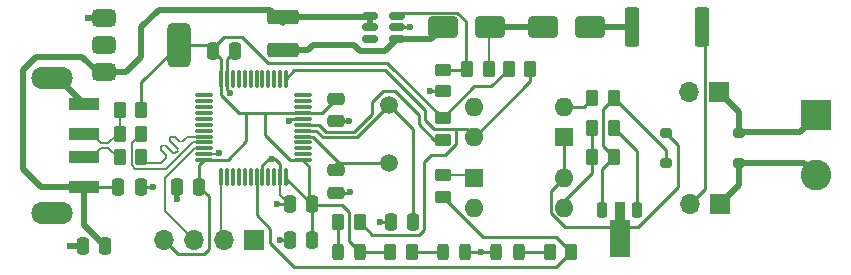
<source format=gbr>
%TF.GenerationSoftware,KiCad,Pcbnew,8.0.8*%
%TF.CreationDate,2025-03-23T20:37:34+01:00*%
%TF.ProjectId,USB-DALI,5553422d-4441-44c4-992e-6b696361645f,rev?*%
%TF.SameCoordinates,Original*%
%TF.FileFunction,Copper,L1,Top*%
%TF.FilePolarity,Positive*%
%FSLAX46Y46*%
G04 Gerber Fmt 4.6, Leading zero omitted, Abs format (unit mm)*
G04 Created by KiCad (PCBNEW 8.0.8) date 2025-03-23 20:37:34*
%MOMM*%
%LPD*%
G01*
G04 APERTURE LIST*
G04 Aperture macros list*
%AMRoundRect*
0 Rectangle with rounded corners*
0 $1 Rounding radius*
0 $2 $3 $4 $5 $6 $7 $8 $9 X,Y pos of 4 corners*
0 Add a 4 corners polygon primitive as box body*
4,1,4,$2,$3,$4,$5,$6,$7,$8,$9,$2,$3,0*
0 Add four circle primitives for the rounded corners*
1,1,$1+$1,$2,$3*
1,1,$1+$1,$4,$5*
1,1,$1+$1,$6,$7*
1,1,$1+$1,$8,$9*
0 Add four rect primitives between the rounded corners*
20,1,$1+$1,$2,$3,$4,$5,0*
20,1,$1+$1,$4,$5,$6,$7,0*
20,1,$1+$1,$6,$7,$8,$9,0*
20,1,$1+$1,$8,$9,$2,$3,0*%
%AMFreePoly0*
4,1,9,3.862500,-0.866500,0.737500,-0.866500,0.737500,-0.450000,-0.737500,-0.450000,-0.737500,0.450000,0.737500,0.450000,0.737500,0.866500,3.862500,0.866500,3.862500,-0.866500,3.862500,-0.866500,$1*%
G04 Aperture macros list end*
%TA.AperFunction,SMDPad,CuDef*%
%ADD10RoundRect,0.150000X0.512500X0.150000X-0.512500X0.150000X-0.512500X-0.150000X0.512500X-0.150000X0*%
%TD*%
%TA.AperFunction,SMDPad,CuDef*%
%ADD11RoundRect,0.250000X0.250000X0.475000X-0.250000X0.475000X-0.250000X-0.475000X0.250000X-0.475000X0*%
%TD*%
%TA.AperFunction,ComponentPad*%
%ADD12R,1.700000X1.700000*%
%TD*%
%TA.AperFunction,ComponentPad*%
%ADD13O,1.700000X1.700000*%
%TD*%
%TA.AperFunction,SMDPad,CuDef*%
%ADD14RoundRect,0.225000X-0.225000X0.425000X-0.225000X-0.425000X0.225000X-0.425000X0.225000X0.425000X0*%
%TD*%
%TA.AperFunction,SMDPad,CuDef*%
%ADD15FreePoly0,270.000000*%
%TD*%
%TA.AperFunction,SMDPad,CuDef*%
%ADD16RoundRect,0.250000X1.000000X0.650000X-1.000000X0.650000X-1.000000X-0.650000X1.000000X-0.650000X0*%
%TD*%
%TA.AperFunction,SMDPad,CuDef*%
%ADD17RoundRect,0.250000X0.262500X0.450000X-0.262500X0.450000X-0.262500X-0.450000X0.262500X-0.450000X0*%
%TD*%
%TA.AperFunction,SMDPad,CuDef*%
%ADD18RoundRect,0.250000X-0.262500X-0.450000X0.262500X-0.450000X0.262500X0.450000X-0.262500X0.450000X0*%
%TD*%
%TA.AperFunction,SMDPad,CuDef*%
%ADD19RoundRect,0.250000X-0.475000X0.250000X-0.475000X-0.250000X0.475000X-0.250000X0.475000X0.250000X0*%
%TD*%
%TA.AperFunction,SMDPad,CuDef*%
%ADD20RoundRect,0.250000X-0.250000X-0.475000X0.250000X-0.475000X0.250000X0.475000X-0.250000X0.475000X0*%
%TD*%
%TA.AperFunction,SMDPad,CuDef*%
%ADD21RoundRect,0.250000X0.450000X-0.262500X0.450000X0.262500X-0.450000X0.262500X-0.450000X-0.262500X0*%
%TD*%
%TA.AperFunction,SMDPad,CuDef*%
%ADD22RoundRect,0.243750X-0.243750X-0.456250X0.243750X-0.456250X0.243750X0.456250X-0.243750X0.456250X0*%
%TD*%
%TA.AperFunction,SMDPad,CuDef*%
%ADD23RoundRect,0.200000X0.300000X0.200000X-0.300000X0.200000X-0.300000X-0.200000X0.300000X-0.200000X0*%
%TD*%
%TA.AperFunction,SMDPad,CuDef*%
%ADD24RoundRect,0.250000X-0.362500X-1.425000X0.362500X-1.425000X0.362500X1.425000X-0.362500X1.425000X0*%
%TD*%
%TA.AperFunction,SMDPad,CuDef*%
%ADD25RoundRect,0.075000X0.662500X0.075000X-0.662500X0.075000X-0.662500X-0.075000X0.662500X-0.075000X0*%
%TD*%
%TA.AperFunction,SMDPad,CuDef*%
%ADD26RoundRect,0.075000X0.075000X0.662500X-0.075000X0.662500X-0.075000X-0.662500X0.075000X-0.662500X0*%
%TD*%
%TA.AperFunction,SMDPad,CuDef*%
%ADD27RoundRect,0.250000X-0.450000X0.262500X-0.450000X-0.262500X0.450000X-0.262500X0.450000X0.262500X0*%
%TD*%
%TA.AperFunction,ComponentPad*%
%ADD28R,1.600000X1.600000*%
%TD*%
%TA.AperFunction,ComponentPad*%
%ADD29O,1.600000X1.600000*%
%TD*%
%TA.AperFunction,ComponentPad*%
%ADD30C,1.500000*%
%TD*%
%TA.AperFunction,SMDPad,CuDef*%
%ADD31RoundRect,0.243750X0.243750X0.456250X-0.243750X0.456250X-0.243750X-0.456250X0.243750X-0.456250X0*%
%TD*%
%TA.AperFunction,SMDPad,CuDef*%
%ADD32R,2.500000X1.100000*%
%TD*%
%TA.AperFunction,HeatsinkPad*%
%ADD33O,3.500000X1.900000*%
%TD*%
%TA.AperFunction,SMDPad,CuDef*%
%ADD34RoundRect,0.375000X-0.625000X-0.375000X0.625000X-0.375000X0.625000X0.375000X-0.625000X0.375000X0*%
%TD*%
%TA.AperFunction,SMDPad,CuDef*%
%ADD35RoundRect,0.500000X-0.500000X-1.400000X0.500000X-1.400000X0.500000X1.400000X-0.500000X1.400000X0*%
%TD*%
%TA.AperFunction,SMDPad,CuDef*%
%ADD36RoundRect,0.250000X-1.075000X0.375000X-1.075000X-0.375000X1.075000X-0.375000X1.075000X0.375000X0*%
%TD*%
%TA.AperFunction,ComponentPad*%
%ADD37R,2.600000X2.600000*%
%TD*%
%TA.AperFunction,ComponentPad*%
%ADD38C,2.600000*%
%TD*%
%TA.AperFunction,ViaPad*%
%ADD39C,0.600000*%
%TD*%
%TA.AperFunction,Conductor*%
%ADD40C,0.280000*%
%TD*%
%TA.AperFunction,Conductor*%
%ADD41C,0.500000*%
%TD*%
%TA.AperFunction,Conductor*%
%ADD42C,0.200000*%
%TD*%
G04 APERTURE END LIST*
D10*
%TO.P,U5,1,SW*%
%TO.N,Net-(D5-A)*%
X153017500Y-91975000D03*
%TO.P,U5,2,GND*%
%TO.N,GND*%
X153017500Y-91025000D03*
%TO.P,U5,3,FB*%
%TO.N,Net-(U5-FB)*%
X153017500Y-90075000D03*
%TO.P,U5,4,EN*%
%TO.N,+5V*%
X150742500Y-90075000D03*
%TO.P,U5,5,IN*%
X150742500Y-91025000D03*
%TO.P,U5,6,NC*%
%TO.N,unconnected-(U5-NC-Pad6)*%
X150742500Y-91975000D03*
%TD*%
D11*
%TO.P,C8,1*%
%TO.N,+5V*%
X128330000Y-109525000D03*
%TO.P,C8,2*%
%TO.N,GND*%
X126430000Y-109525000D03*
%TD*%
D12*
%TO.P,J4,1,Pin_1*%
%TO.N,/DALI+*%
X180345000Y-106025000D03*
D13*
%TO.P,J4,2,Pin_2*%
%TO.N,Net-(J4-Pin_2)*%
X177805000Y-106025000D03*
%TD*%
D11*
%TO.P,C2,1*%
%TO.N,+3.3V*%
X145830000Y-106025000D03*
%TO.P,C2,2*%
%TO.N,GND*%
X143930000Y-106025000D03*
%TD*%
D14*
%TO.P,Q1,1,B*%
%TO.N,Net-(Q1-B)*%
X173380000Y-106525000D03*
D15*
%TO.P,Q1,2,C*%
%TO.N,Net-(D4-+)*%
X171880000Y-106612500D03*
D14*
%TO.P,Q1,3,E*%
%TO.N,Net-(D4--)*%
X170380000Y-106525000D03*
%TD*%
D11*
%TO.P,C9,1*%
%TO.N,+3.3V*%
X145830000Y-109025000D03*
%TO.P,C9,2*%
%TO.N,GND*%
X143930000Y-109025000D03*
%TD*%
D16*
%TO.P,D5,1,K*%
%TO.N,Net-(D5-K)*%
X160880000Y-91025000D03*
%TO.P,D5,2,A*%
%TO.N,Net-(D5-A)*%
X156880000Y-91025000D03*
%TD*%
D17*
%TO.P,R1,1*%
%TO.N,Net-(U1-PB7)*%
X167792500Y-110025000D03*
%TO.P,R1,2*%
%TO.N,Net-(D1-A)*%
X165967500Y-110025000D03*
%TD*%
D18*
%TO.P,R5,1*%
%TO.N,Net-(D3-K)*%
X148055000Y-107525000D03*
%TO.P,R5,2*%
%TO.N,Net-(U1-PA3)*%
X149880000Y-107525000D03*
%TD*%
%TO.P,R9,1*%
%TO.N,+3.3V*%
X152467500Y-110025000D03*
%TO.P,R9,2*%
%TO.N,Net-(D2-A)*%
X154292500Y-110025000D03*
%TD*%
D19*
%TO.P,C1,1*%
%TO.N,Net-(U1-PD0)*%
X147880000Y-103125000D03*
%TO.P,C1,2*%
%TO.N,GND*%
X147880000Y-105025000D03*
%TD*%
D11*
%TO.P,C3,1*%
%TO.N,Net-(U1-PD1)*%
X154380000Y-107525000D03*
%TO.P,C3,2*%
%TO.N,GND*%
X152480000Y-107525000D03*
%TD*%
D20*
%TO.P,C5,1*%
%TO.N,+3.3V*%
X137430000Y-93025000D03*
%TO.P,C5,2*%
%TO.N,GND*%
X139330000Y-93025000D03*
%TD*%
D21*
%TO.P,R2,1*%
%TO.N,Net-(U1-NRST)*%
X156880000Y-100525000D03*
%TO.P,R2,2*%
%TO.N,+3.3V*%
X156880000Y-98700000D03*
%TD*%
D22*
%TO.P,D1,1,K*%
%TO.N,GND*%
X161442500Y-110025000D03*
%TO.P,D1,2,A*%
%TO.N,Net-(D1-A)*%
X163317500Y-110025000D03*
%TD*%
D23*
%TO.P,D4,1*%
%TO.N,/DALI+*%
X181955000Y-102525000D03*
%TO.P,D4,2*%
%TO.N,/DALI-*%
X181955000Y-99985000D03*
%TO.P,D4,3,+*%
%TO.N,Net-(D4-+)*%
X175805000Y-99985000D03*
%TO.P,D4,4,-*%
%TO.N,Net-(D4--)*%
X175805000Y-102525000D03*
%TD*%
D24*
%TO.P,R15,1*%
%TO.N,Net-(D6-K)*%
X172955000Y-91025000D03*
%TO.P,R15,2*%
%TO.N,Net-(J4-Pin_2)*%
X178880000Y-91025000D03*
%TD*%
D25*
%TO.P,U1,1,VBAT*%
%TO.N,+3.3V*%
X145042500Y-102275000D03*
%TO.P,U1,2,PC13*%
%TO.N,unconnected-(U1-PC13-Pad2)*%
X145042500Y-101775000D03*
%TO.P,U1,3,PC14*%
%TO.N,unconnected-(U1-PC14-Pad3)*%
X145042500Y-101275000D03*
%TO.P,U1,4,PC15*%
%TO.N,unconnected-(U1-PC15-Pad4)*%
X145042500Y-100774999D03*
%TO.P,U1,5,PD0*%
%TO.N,Net-(U1-PD0)*%
X145042500Y-100275000D03*
%TO.P,U1,6,PD1*%
%TO.N,Net-(U1-PD1)*%
X145042500Y-99775000D03*
%TO.P,U1,7,NRST*%
%TO.N,Net-(U1-NRST)*%
X145042500Y-99275000D03*
%TO.P,U1,8,VSSA*%
%TO.N,GND*%
X145042500Y-98775000D03*
%TO.P,U1,9,VDDA*%
%TO.N,+3.3V*%
X145042500Y-98275001D03*
%TO.P,U1,10,PA0*%
%TO.N,unconnected-(U1-PA0-Pad10)*%
X145042500Y-97775000D03*
%TO.P,U1,11,PA1*%
%TO.N,unconnected-(U1-PA1-Pad11)*%
X145042500Y-97275000D03*
%TO.P,U1,12,PA2*%
%TO.N,unconnected-(U1-PA2-Pad12)*%
X145042500Y-96775000D03*
D26*
%TO.P,U1,13,PA3*%
%TO.N,Net-(U1-PA3)*%
X143630000Y-95362500D03*
%TO.P,U1,14,PA4*%
%TO.N,unconnected-(U1-PA4-Pad14)*%
X143130000Y-95362500D03*
%TO.P,U1,15,PA5*%
%TO.N,unconnected-(U1-PA5-Pad15)*%
X142630000Y-95362500D03*
%TO.P,U1,16,PA6*%
%TO.N,unconnected-(U1-PA6-Pad16)*%
X142129999Y-95362500D03*
%TO.P,U1,17,PA7*%
%TO.N,unconnected-(U1-PA7-Pad17)*%
X141630000Y-95362500D03*
%TO.P,U1,18,PB0*%
%TO.N,unconnected-(U1-PB0-Pad18)*%
X141130000Y-95362500D03*
%TO.P,U1,19,PB1*%
%TO.N,unconnected-(U1-PB1-Pad19)*%
X140630000Y-95362500D03*
%TO.P,U1,20,PB2*%
%TO.N,unconnected-(U1-PB2-Pad20)*%
X140130000Y-95362500D03*
%TO.P,U1,21,PB10*%
%TO.N,unconnected-(U1-PB10-Pad21)*%
X139630001Y-95362500D03*
%TO.P,U1,22,PB11*%
%TO.N,unconnected-(U1-PB11-Pad22)*%
X139130000Y-95362500D03*
%TO.P,U1,23,VSS*%
%TO.N,GND*%
X138630000Y-95362500D03*
%TO.P,U1,24,VDD*%
%TO.N,+3.3V*%
X138130000Y-95362500D03*
D25*
%TO.P,U1,25,PB12*%
%TO.N,unconnected-(U1-PB12-Pad25)*%
X136717500Y-96775000D03*
%TO.P,U1,26,PB13*%
%TO.N,unconnected-(U1-PB13-Pad26)*%
X136717500Y-97275000D03*
%TO.P,U1,27,PB14*%
%TO.N,unconnected-(U1-PB14-Pad27)*%
X136717500Y-97775000D03*
%TO.P,U1,28,PB15*%
%TO.N,unconnected-(U1-PB15-Pad28)*%
X136717500Y-98275001D03*
%TO.P,U1,29,PA8*%
%TO.N,unconnected-(U1-PA8-Pad29)*%
X136717500Y-98775000D03*
%TO.P,U1,30,PA9*%
%TO.N,unconnected-(U1-PA9-Pad30)*%
X136717500Y-99275000D03*
%TO.P,U1,31,PA10*%
%TO.N,unconnected-(U1-PA10-Pad31)*%
X136717500Y-99775000D03*
%TO.P,U1,32,PA11*%
%TO.N,/USB+*%
X136717500Y-100275000D03*
%TO.P,U1,33,PA12*%
%TO.N,/USB-*%
X136717500Y-100774999D03*
%TO.P,U1,34,PA13*%
%TO.N,Net-(J2-Pin_3)*%
X136717500Y-101275000D03*
%TO.P,U1,35,VSS*%
%TO.N,GND*%
X136717500Y-101775000D03*
%TO.P,U1,36,VDD*%
%TO.N,+3.3V*%
X136717500Y-102275000D03*
D26*
%TO.P,U1,37,PA14*%
%TO.N,Net-(J2-Pin_2)*%
X138130000Y-103687500D03*
%TO.P,U1,38,PA15*%
%TO.N,unconnected-(U1-PA15-Pad38)*%
X138630000Y-103687500D03*
%TO.P,U1,39,PB3*%
%TO.N,unconnected-(U1-PB3-Pad39)*%
X139130000Y-103687500D03*
%TO.P,U1,40,PB4*%
%TO.N,unconnected-(U1-PB4-Pad40)*%
X139630001Y-103687500D03*
%TO.P,U1,41,PB5*%
%TO.N,unconnected-(U1-PB5-Pad41)*%
X140130000Y-103687500D03*
%TO.P,U1,42,PB6*%
%TO.N,unconnected-(U1-PB6-Pad42)*%
X140630000Y-103687500D03*
%TO.P,U1,43,PB7*%
%TO.N,Net-(U1-PB7)*%
X141130000Y-103687500D03*
%TO.P,U1,44,BOOT0*%
%TO.N,GND*%
X141630000Y-103687500D03*
%TO.P,U1,45,PB8*%
%TO.N,unconnected-(U1-PB8-Pad45)*%
X142129999Y-103687500D03*
%TO.P,U1,46,PB9*%
%TO.N,unconnected-(U1-PB9-Pad46)*%
X142630000Y-103687500D03*
%TO.P,U1,47,VSS*%
%TO.N,GND*%
X143130000Y-103687500D03*
%TO.P,U1,48,VDD*%
%TO.N,+3.3V*%
X143630000Y-103687500D03*
%TD*%
D18*
%TO.P,R7,1*%
%TO.N,/D+*%
X129555000Y-100025000D03*
%TO.P,R7,2*%
%TO.N,/USB-*%
X131380000Y-100025000D03*
%TD*%
D22*
%TO.P,D3,1,K*%
%TO.N,Net-(D3-K)*%
X148005000Y-110025000D03*
%TO.P,D3,2,A*%
%TO.N,+3.3V*%
X149880000Y-110025000D03*
%TD*%
D11*
%TO.P,C4,1*%
%TO.N,+3.3V*%
X136280000Y-104525000D03*
%TO.P,C4,2*%
%TO.N,GND*%
X134380000Y-104525000D03*
%TD*%
D27*
%TO.P,R4,1*%
%TO.N,Net-(R4-Pad1)*%
X156880000Y-103525000D03*
%TO.P,R4,2*%
%TO.N,Net-(U1-PB7)*%
X156880000Y-105350000D03*
%TD*%
D28*
%TO.P,U3,1*%
%TO.N,Net-(D4-+)*%
X167180000Y-100300000D03*
D29*
%TO.P,U3,2*%
%TO.N,Net-(R12-Pad1)*%
X167180000Y-97760000D03*
%TO.P,U3,3*%
%TO.N,GND*%
X159560000Y-97760000D03*
%TO.P,U3,4*%
%TO.N,Net-(U1-PA3)*%
X159560000Y-100300000D03*
%TD*%
D18*
%TO.P,R8,1*%
%TO.N,/D-*%
X129555000Y-102025000D03*
%TO.P,R8,2*%
%TO.N,/USB+*%
X131380000Y-102025000D03*
%TD*%
%TO.P,R12,1*%
%TO.N,Net-(R12-Pad1)*%
X169555000Y-97025000D03*
%TO.P,R12,2*%
%TO.N,Net-(D4--)*%
X171380000Y-97025000D03*
%TD*%
D20*
%TO.P,C7,1*%
%TO.N,+5V*%
X129430000Y-104525000D03*
%TO.P,C7,2*%
%TO.N,GND*%
X131330000Y-104525000D03*
%TD*%
D30*
%TO.P,Y1,1,1*%
%TO.N,Net-(U1-PD0)*%
X152380000Y-102475000D03*
%TO.P,Y1,2,2*%
%TO.N,Net-(U1-PD1)*%
X152380000Y-97595000D03*
%TD*%
D31*
%TO.P,D2,1,K*%
%TO.N,GND*%
X158817500Y-110025000D03*
%TO.P,D2,2,A*%
%TO.N,Net-(D2-A)*%
X156942500Y-110025000D03*
%TD*%
D18*
%TO.P,R13,1*%
%TO.N,Net-(U5-FB)*%
X158967500Y-94525000D03*
%TO.P,R13,2*%
%TO.N,Net-(D5-K)*%
X160792500Y-94525000D03*
%TD*%
D17*
%TO.P,R10,1*%
%TO.N,Net-(Q1-B)*%
X171380000Y-99525000D03*
%TO.P,R10,2*%
%TO.N,Net-(R10-Pad2)*%
X169555000Y-99525000D03*
%TD*%
D16*
%TO.P,D6,1,K*%
%TO.N,Net-(D6-K)*%
X169380000Y-91025000D03*
%TO.P,D6,2,A*%
%TO.N,Net-(D5-K)*%
X165380000Y-91025000D03*
%TD*%
D17*
%TO.P,R3,1*%
%TO.N,Net-(U1-PA3)*%
X164292500Y-94525000D03*
%TO.P,R3,2*%
%TO.N,+3.3V*%
X162467500Y-94525000D03*
%TD*%
D32*
%TO.P,J1,1,VBUS*%
%TO.N,+5V*%
X126530000Y-104525000D03*
%TO.P,J1,2,D-*%
%TO.N,/D-*%
X126530000Y-102025000D03*
%TO.P,J1,3,D+*%
%TO.N,/D+*%
X126530000Y-100025000D03*
%TO.P,J1,4,GND*%
%TO.N,GND*%
X126530000Y-97525000D03*
D33*
%TO.P,J1,5,Shield*%
X123780000Y-106725000D03*
X123780000Y-95325000D03*
%TD*%
D34*
%TO.P,U4,1,GND*%
%TO.N,GND*%
X128230000Y-90225000D03*
%TO.P,U4,2,VO*%
%TO.N,+3.3V*%
X128230000Y-92525000D03*
D35*
X134530000Y-92525000D03*
D34*
%TO.P,U4,3,VI*%
%TO.N,+5V*%
X128230000Y-94825000D03*
%TD*%
D19*
%TO.P,C6,1*%
%TO.N,+3.3V*%
X147880000Y-97075000D03*
%TO.P,C6,2*%
%TO.N,GND*%
X147880000Y-98975000D03*
%TD*%
D18*
%TO.P,R6,1*%
%TO.N,/D+*%
X129555000Y-98025000D03*
%TO.P,R6,2*%
%TO.N,+3.3V*%
X131380000Y-98025000D03*
%TD*%
D36*
%TO.P,L1,1,1*%
%TO.N,+5V*%
X143380000Y-90125000D03*
%TO.P,L1,2,2*%
%TO.N,Net-(D5-A)*%
X143380000Y-92925000D03*
%TD*%
D28*
%TO.P,U2,1*%
%TO.N,Net-(R4-Pad1)*%
X159580000Y-103750000D03*
D29*
%TO.P,U2,2*%
%TO.N,GND*%
X159580000Y-106290000D03*
%TO.P,U2,3*%
%TO.N,Net-(R10-Pad2)*%
X167200000Y-106290000D03*
%TO.P,U2,4*%
%TO.N,Net-(D4-+)*%
X167200000Y-103750000D03*
%TD*%
D12*
%TO.P,J5,1,Pin_1*%
%TO.N,/DALI-*%
X180305000Y-96525000D03*
D13*
%TO.P,J5,2,Pin_2*%
%TO.N,GND*%
X177765000Y-96525000D03*
%TD*%
D37*
%TO.P,J3,1,Pin_1*%
%TO.N,/DALI-*%
X188500000Y-98480000D03*
D38*
%TO.P,J3,2,Pin_2*%
%TO.N,/DALI+*%
X188500000Y-103560000D03*
%TD*%
D17*
%TO.P,R11,1*%
%TO.N,Net-(D4--)*%
X171380000Y-102025000D03*
%TO.P,R11,2*%
%TO.N,Net-(R10-Pad2)*%
X169555000Y-102025000D03*
%TD*%
D12*
%TO.P,J2,1,Pin_1*%
%TO.N,GND*%
X140920000Y-109025000D03*
D13*
%TO.P,J2,2,Pin_2*%
%TO.N,Net-(J2-Pin_2)*%
X138380000Y-109025000D03*
%TO.P,J2,3,Pin_3*%
%TO.N,Net-(J2-Pin_3)*%
X135840000Y-109025000D03*
%TO.P,J2,4,Pin_4*%
%TO.N,+3.3V*%
X133300000Y-109025000D03*
%TD*%
D21*
%TO.P,R14,1*%
%TO.N,GND*%
X156880000Y-96437500D03*
%TO.P,R14,2*%
%TO.N,Net-(U5-FB)*%
X156880000Y-94612500D03*
%TD*%
D39*
%TO.N,GND*%
X154100000Y-91025000D03*
X142880000Y-106025000D03*
X137950000Y-101635000D03*
X132380000Y-104525000D03*
X126875000Y-90225000D03*
X138924290Y-96585249D03*
X160150000Y-110025000D03*
X143100000Y-109025000D03*
X134380000Y-105525000D03*
X143850000Y-98915001D03*
X151600000Y-107525000D03*
X142400000Y-102200000D03*
X155850000Y-96450000D03*
X149000000Y-98975000D03*
X149050000Y-105000000D03*
X125380000Y-109525000D03*
%TD*%
D40*
%TO.N,GND*%
X142150000Y-102200000D02*
X141630000Y-102720000D01*
X131330000Y-104525000D02*
X132380000Y-104525000D01*
X143130000Y-102630000D02*
X143130000Y-103687500D01*
X154100000Y-91025000D02*
X153017500Y-91025000D01*
X155862500Y-96437500D02*
X156880000Y-96437500D01*
D41*
X126530000Y-97525000D02*
X124330000Y-95325000D01*
D40*
X142400000Y-102200000D02*
X142700000Y-102200000D01*
X138924290Y-96585249D02*
X138630000Y-96290959D01*
X138630000Y-93725000D02*
X139330000Y-93025000D01*
X138630000Y-96290959D02*
X138630000Y-95362500D01*
X141630000Y-102720000D02*
X141630000Y-103687500D01*
D42*
X147680000Y-98775000D02*
X147880000Y-98975000D01*
D40*
X142400000Y-102200000D02*
X142150000Y-102200000D01*
X143850000Y-98915001D02*
X143990001Y-98775000D01*
D42*
X137950000Y-101635000D02*
X137810000Y-101775000D01*
X134380000Y-104525000D02*
X134380000Y-105525000D01*
D40*
X160150000Y-110025000D02*
X161442500Y-110025000D01*
D42*
X137810000Y-101775000D02*
X136717500Y-101775000D01*
D40*
X152480000Y-107525000D02*
X151600000Y-107525000D01*
X142700000Y-102200000D02*
X143130000Y-102630000D01*
D41*
X126875000Y-90225000D02*
X128230000Y-90225000D01*
D40*
X138630000Y-95362500D02*
X138630000Y-93725000D01*
X149050000Y-105000000D02*
X149025000Y-105025000D01*
D42*
X140920000Y-109025000D02*
X140920000Y-109010000D01*
D40*
X143930000Y-109025000D02*
X143100000Y-109025000D01*
D41*
X126430000Y-109525000D02*
X125380000Y-109525000D01*
D40*
X143930000Y-106025000D02*
X142880000Y-106025000D01*
X149025000Y-105025000D02*
X147880000Y-105025000D01*
D42*
X143130000Y-105225000D02*
X143930000Y-106025000D01*
X123780000Y-95325000D02*
X123780000Y-94675000D01*
D40*
X158817500Y-110025000D02*
X160150000Y-110025000D01*
D42*
X124330000Y-95325000D02*
X123780000Y-95325000D01*
D40*
X155850000Y-96450000D02*
X155862500Y-96437500D01*
X143990001Y-98775000D02*
X145042500Y-98775000D01*
X149000000Y-98975000D02*
X147880000Y-98975000D01*
D42*
X143130000Y-103687500D02*
X143130000Y-105225000D01*
D40*
%TO.N,+3.3V*%
X160967500Y-96025000D02*
X162467500Y-94525000D01*
X133300000Y-109025000D02*
X134525000Y-110250000D01*
X143975000Y-102275000D02*
X141880000Y-100180000D01*
X137430000Y-92770000D02*
X137430000Y-93025000D01*
X152467500Y-110025000D02*
X149880000Y-110025000D01*
X136717500Y-102275000D02*
X138675000Y-102275000D01*
X138130000Y-93725000D02*
X137430000Y-93025000D01*
X145855000Y-106050000D02*
X145830000Y-106025000D01*
X137100000Y-109805000D02*
X137100000Y-105345000D01*
X152205000Y-94025000D02*
X142075000Y-94025000D01*
X136655000Y-110250000D02*
X137100000Y-109805000D01*
X139900000Y-91850000D02*
X138350000Y-91850000D01*
X148405000Y-106050000D02*
X145855000Y-106050000D01*
X136930000Y-92525000D02*
X137430000Y-93025000D01*
X149880000Y-110025000D02*
X149000000Y-109145000D01*
X149000000Y-109145000D02*
X149000000Y-106645000D01*
X145042500Y-98275001D02*
X141880000Y-98275001D01*
X145830000Y-106025000D02*
X143630000Y-103825000D01*
X145042500Y-98275001D02*
X146679999Y-98275001D01*
X131380000Y-98025000D02*
X131380000Y-95675000D01*
X149000000Y-106645000D02*
X148405000Y-106050000D01*
X139630001Y-98275001D02*
X138130000Y-96775000D01*
X136717500Y-102275000D02*
X136280000Y-102712500D01*
X145830000Y-106025000D02*
X145605000Y-105800000D01*
X143630000Y-103825000D02*
X143630000Y-103687500D01*
X134530000Y-92525000D02*
X136930000Y-92525000D01*
X145830000Y-106025000D02*
X145830000Y-109025000D01*
X159555000Y-96025000D02*
X160967500Y-96025000D01*
X156880000Y-98700000D02*
X152205000Y-94025000D01*
X140272591Y-100677409D02*
X140272591Y-98275001D01*
X138675000Y-102275000D02*
X140272591Y-100677409D01*
X145605000Y-102837500D02*
X145042500Y-102275000D01*
X138130000Y-96775000D02*
X138130000Y-95362500D01*
X140272591Y-98275001D02*
X139630001Y-98275001D01*
X134525000Y-110250000D02*
X136655000Y-110250000D01*
X156880000Y-98700000D02*
X159555000Y-96025000D01*
X146679999Y-98275001D02*
X147880000Y-97075000D01*
X137100000Y-105345000D02*
X136280000Y-104525000D01*
X131380000Y-95675000D02*
X134530000Y-92525000D01*
X138350000Y-91850000D02*
X137430000Y-92770000D01*
X141880000Y-98275001D02*
X140272591Y-98275001D01*
X142075000Y-94025000D02*
X139900000Y-91850000D01*
X138130000Y-95362500D02*
X138130000Y-93725000D01*
X136280000Y-102712500D02*
X136280000Y-104525000D01*
X141880000Y-100180000D02*
X141880000Y-98275001D01*
X145605000Y-105800000D02*
X145605000Y-102837500D01*
X145042500Y-102275000D02*
X143975000Y-102275000D01*
%TO.N,Net-(U1-PD0)*%
X145042500Y-100275000D02*
X145875000Y-100275000D01*
X148225000Y-102475000D02*
X148572157Y-102475000D01*
X148572157Y-102475000D02*
X152380000Y-102475000D01*
X145875000Y-100275000D02*
X148075000Y-102475000D01*
X147880000Y-102475000D02*
X148225000Y-102475000D01*
X148075000Y-102475000D02*
X148225000Y-102475000D01*
X147880000Y-103125000D02*
X147880000Y-102475000D01*
%TO.N,Net-(U1-PD1)*%
X154380000Y-107525000D02*
X154380000Y-99595000D01*
X145042500Y-99775000D02*
X146175000Y-99775000D01*
X146175000Y-99775000D02*
X146730000Y-100330000D01*
X146730000Y-100330000D02*
X149645000Y-100330000D01*
X149645000Y-100330000D02*
X152380000Y-97595000D01*
X154380000Y-99595000D02*
X152380000Y-97595000D01*
D41*
%TO.N,+5V*%
X126530000Y-107725000D02*
X128330000Y-109525000D01*
X130080000Y-94825000D02*
X131380000Y-93525000D01*
X150742500Y-91025000D02*
X150742500Y-90075000D01*
X150742500Y-90075000D02*
X150692500Y-90125000D01*
X121380000Y-94625000D02*
X122480000Y-93525000D01*
X126530000Y-104525000D02*
X126530000Y-107725000D01*
X122480000Y-93525000D02*
X126380000Y-93525000D01*
X131380000Y-91025000D02*
X132880000Y-89525000D01*
X122880000Y-104525000D02*
X121380000Y-103025000D01*
X142280000Y-89525000D02*
X143380000Y-90625000D01*
X126530000Y-104525000D02*
X122880000Y-104525000D01*
X127680000Y-94825000D02*
X128230000Y-94825000D01*
X128230000Y-94825000D02*
X130080000Y-94825000D01*
X126380000Y-93525000D02*
X127680000Y-94825000D01*
X150692500Y-90125000D02*
X143380000Y-90125000D01*
X131380000Y-93525000D02*
X131380000Y-91025000D01*
X132880000Y-89525000D02*
X142280000Y-89525000D01*
X121380000Y-103025000D02*
X121380000Y-94625000D01*
D40*
X129430000Y-104525000D02*
X126530000Y-104525000D01*
D41*
%TO.N,/DALI-*%
X181955000Y-99985000D02*
X182065000Y-99875000D01*
X182065000Y-99875000D02*
X187105000Y-99875000D01*
X181955000Y-99985000D02*
X181955000Y-98175000D01*
X181955000Y-98175000D02*
X180305000Y-96525000D01*
X187105000Y-99875000D02*
X188500000Y-98480000D01*
D40*
%TO.N,Net-(D1-A)*%
X165967500Y-110025000D02*
X163317500Y-110025000D01*
D41*
%TO.N,/DALI+*%
X181955000Y-102525000D02*
X181955000Y-104415000D01*
X181955000Y-102525000D02*
X187465000Y-102525000D01*
X181955000Y-104415000D02*
X180345000Y-106025000D01*
X187465000Y-102525000D02*
X188500000Y-103560000D01*
D40*
%TO.N,Net-(D2-A)*%
X156942500Y-110025000D02*
X154292500Y-110025000D01*
%TO.N,Net-(D4--)*%
X171380000Y-102025000D02*
X170450000Y-101095000D01*
X170380000Y-106525000D02*
X170380000Y-103025000D01*
X170450000Y-101095000D02*
X170450000Y-97955000D01*
X175805000Y-101450000D02*
X171380000Y-97025000D01*
X170450000Y-97955000D02*
X171380000Y-97025000D01*
X175805000Y-102525000D02*
X175805000Y-101450000D01*
X170380000Y-103025000D02*
X171380000Y-102025000D01*
D42*
%TO.N,Net-(D3-K)*%
X148005000Y-107575000D02*
X148055000Y-107525000D01*
D40*
X148005000Y-110025000D02*
X148005000Y-107575000D01*
%TO.N,Net-(D4-+)*%
X167200000Y-103750000D02*
X166060000Y-104890000D01*
X167247796Y-107950000D02*
X173450000Y-107950000D01*
X167180000Y-100300000D02*
X167180000Y-100325000D01*
X166060000Y-106762204D02*
X167247796Y-107950000D01*
X176850000Y-101030000D02*
X175805000Y-99985000D01*
X173450000Y-107950000D02*
X176850000Y-104550000D01*
X167200000Y-100345000D02*
X167200000Y-103750000D01*
X176850000Y-104550000D02*
X176850000Y-101030000D01*
X167180000Y-100325000D02*
X167200000Y-100345000D01*
X166060000Y-104890000D02*
X166060000Y-106762204D01*
D42*
%TO.N,Net-(D5-K)*%
X165292500Y-91112500D02*
X165380000Y-91025000D01*
X160792500Y-91112500D02*
X160880000Y-91025000D01*
X160792500Y-94525000D02*
X160792500Y-91112500D01*
D41*
X160880000Y-91025000D02*
X165380000Y-91025000D01*
%TO.N,Net-(D5-A)*%
X145480000Y-92925000D02*
X145880000Y-92525000D01*
X149380000Y-92525000D02*
X149880000Y-93025000D01*
X155930000Y-91975000D02*
X156880000Y-91025000D01*
X149880000Y-93025000D02*
X151967500Y-93025000D01*
X143380000Y-92925000D02*
X145480000Y-92925000D01*
X153017500Y-91975000D02*
X155930000Y-91975000D01*
X151967500Y-93025000D02*
X153017500Y-91975000D01*
X145880000Y-92525000D02*
X149380000Y-92525000D01*
%TO.N,Net-(D6-K)*%
X169380000Y-91025000D02*
X172955000Y-91025000D01*
D42*
%TO.N,Net-(J2-Pin_2)*%
X138130000Y-108775000D02*
X138130000Y-103687500D01*
X138380000Y-109025000D02*
X138130000Y-108775000D01*
%TO.N,Net-(J2-Pin_3)*%
X133380000Y-106565000D02*
X133380000Y-103776904D01*
X135840000Y-109025000D02*
X133380000Y-106565000D01*
X135881904Y-101275000D02*
X136717500Y-101275000D01*
X133380000Y-103776904D02*
X135881904Y-101275000D01*
D40*
%TO.N,Net-(J4-Pin_2)*%
X179155000Y-91300000D02*
X178880000Y-91025000D01*
X179080000Y-91375000D02*
X179155000Y-91300000D01*
X179080000Y-104675000D02*
X179080000Y-91375000D01*
X177805000Y-105950000D02*
X179080000Y-104675000D01*
X177805000Y-106025000D02*
X177805000Y-105950000D01*
%TO.N,Net-(Q1-B)*%
X173380000Y-101525000D02*
X171380000Y-99525000D01*
X173380000Y-106525000D02*
X173380000Y-101525000D01*
%TO.N,Net-(U1-PB7)*%
X142280000Y-109273529D02*
X144306471Y-111300000D01*
X141130000Y-106935000D02*
X142280000Y-108085000D01*
X166517500Y-108750000D02*
X167792500Y-110025000D01*
X160280000Y-108750000D02*
X166517500Y-108750000D01*
X166517500Y-111300000D02*
X167792500Y-110025000D01*
X142280000Y-108085000D02*
X142280000Y-109273529D01*
X144306471Y-111300000D02*
X166517500Y-111300000D01*
X141130000Y-103687500D02*
X141130000Y-106935000D01*
X156880000Y-105350000D02*
X160280000Y-108750000D01*
%TO.N,Net-(U1-NRST)*%
X154880000Y-98425000D02*
X154880000Y-99225000D01*
X156180000Y-100525000D02*
X156880000Y-100525000D01*
X151800000Y-96400000D02*
X152855000Y-96400000D01*
X150880000Y-97320000D02*
X151800000Y-96400000D01*
X154880000Y-99225000D02*
X156180000Y-100525000D01*
X145042500Y-99275000D02*
X146425000Y-99275000D01*
X146425000Y-99275000D02*
X147000000Y-99850000D01*
X150880000Y-98373529D02*
X150880000Y-97320000D01*
X147000000Y-99850000D02*
X149403529Y-99850000D01*
X152855000Y-96400000D02*
X154880000Y-98425000D01*
X149403529Y-99850000D02*
X150880000Y-98373529D01*
%TO.N,Net-(U1-PA3)*%
X155380000Y-98880000D02*
X156150000Y-99650000D01*
X155350000Y-108150000D02*
X154910000Y-108590000D01*
X157108812Y-101850000D02*
X155900000Y-101850000D01*
X159600000Y-100300000D02*
X164292500Y-95607500D01*
X158050000Y-99650000D02*
X158910000Y-99650000D01*
X150945000Y-108590000D02*
X149880000Y-107525000D01*
X158050000Y-99650000D02*
X158050000Y-100908812D01*
X155900000Y-101850000D02*
X155350000Y-102400000D01*
X152030000Y-94675000D02*
X155380000Y-98025000D01*
X158050000Y-100908812D02*
X157108812Y-101850000D01*
X143630000Y-95362500D02*
X144317500Y-94675000D01*
X144317500Y-94675000D02*
X152030000Y-94675000D01*
X159560000Y-100300000D02*
X159600000Y-100300000D01*
X164292500Y-95607500D02*
X164292500Y-94525000D01*
X155350000Y-102400000D02*
X155350000Y-108150000D01*
X155380000Y-98025000D02*
X155380000Y-98880000D01*
X158910000Y-99650000D02*
X159560000Y-100300000D01*
X154910000Y-108590000D02*
X150945000Y-108590000D01*
X156150000Y-99650000D02*
X158050000Y-99650000D01*
D42*
%TO.N,Net-(R4-Pad1)*%
X156880000Y-103525000D02*
X159355000Y-103525000D01*
X159355000Y-103525000D02*
X159580000Y-103750000D01*
D40*
%TO.N,Net-(U5-FB)*%
X153317500Y-89775000D02*
X153017500Y-90075000D01*
X158880000Y-94612500D02*
X158967500Y-94525000D01*
X156880000Y-94612500D02*
X158880000Y-94612500D01*
X158880000Y-90525000D02*
X158130000Y-89775000D01*
X158880000Y-94437500D02*
X158880000Y-90525000D01*
X158967500Y-94525000D02*
X158880000Y-94437500D01*
X158130000Y-89775000D02*
X153317500Y-89775000D01*
%TO.N,Net-(R10-Pad2)*%
X169555000Y-103350000D02*
X169555000Y-102025000D01*
X167200000Y-105705000D02*
X169555000Y-103350000D01*
X167200000Y-106290000D02*
X167200000Y-105705000D01*
X169555000Y-102025000D02*
X169555000Y-99525000D01*
%TO.N,Net-(R12-Pad1)*%
X167180000Y-97760000D02*
X168820000Y-97760000D01*
X168820000Y-97760000D02*
X169555000Y-97025000D01*
D42*
%TO.N,/D-*%
X128005000Y-101250000D02*
X127230000Y-102025000D01*
X128592500Y-101250000D02*
X128005000Y-101250000D01*
X129367500Y-102025000D02*
X128592500Y-101250000D01*
X127230000Y-102025000D02*
X126530000Y-102025000D01*
X129555000Y-102025000D02*
X129367500Y-102025000D01*
%TO.N,/D+*%
X128592500Y-100800000D02*
X128005000Y-100800000D01*
X129555000Y-100025000D02*
X129367500Y-100025000D01*
X129367500Y-100025000D02*
X128592500Y-100800000D01*
X129555000Y-98025000D02*
X129555000Y-100025000D01*
X128005000Y-100800000D02*
X127230000Y-100025000D01*
X127230000Y-100025000D02*
X126530000Y-100025000D01*
%TO.N,/USB-*%
X133492241Y-103025000D02*
X130880000Y-103025000D01*
X135742242Y-100774999D02*
X133492241Y-103025000D01*
X130567500Y-102712500D02*
X130567500Y-100837500D01*
X130880000Y-103025000D02*
X130567500Y-102712500D01*
X136717500Y-100774999D02*
X135742242Y-100774999D01*
X130567500Y-100837500D02*
X131380000Y-100025000D01*
%TO.N,/USB+*%
X133984072Y-101579725D02*
X133984071Y-101579724D01*
X133448085Y-101043738D02*
X133834166Y-101429819D01*
X134958466Y-100605330D02*
X135132914Y-100430881D01*
X133073318Y-101118691D02*
X133148273Y-101043737D01*
X131380000Y-102025000D02*
X131880000Y-102525000D01*
X131880000Y-102525000D02*
X133038795Y-102525000D01*
X133984071Y-101579724D02*
X134079530Y-101675183D01*
X134358838Y-101204957D02*
X134208932Y-101055051D01*
X135132914Y-100430881D02*
X135288795Y-100275000D01*
X133822852Y-100369157D02*
X133897807Y-100294203D01*
X134270449Y-101675183D02*
X134454296Y-101491335D01*
X135288795Y-100275000D02*
X136717500Y-100275000D01*
X134883514Y-100680284D02*
X134958466Y-100605330D01*
X133459399Y-101804583D02*
X133073319Y-101418503D01*
X134454296Y-101300416D02*
X134358836Y-101204956D01*
X133834166Y-101429819D02*
X133984072Y-101579725D01*
X134208932Y-101055051D02*
X133822852Y-100668971D01*
X133038795Y-102525000D02*
X133459398Y-102104397D01*
X134358836Y-101204956D02*
X134358838Y-101204957D01*
X134197619Y-100294204D02*
X134583700Y-100680285D01*
X133822852Y-100668971D02*
G75*
G02*
X133822888Y-100369193I149948J149871D01*
G01*
X133073319Y-101418503D02*
G75*
G02*
X133073321Y-101118695I149881J149903D01*
G01*
X133148273Y-101043737D02*
G75*
G02*
X133448107Y-101043716I149927J-149863D01*
G01*
X134454296Y-101491335D02*
G75*
G03*
X134454272Y-101300440I-95496J95435D01*
G01*
X133459398Y-102104397D02*
G75*
G03*
X133459389Y-101804594I-149898J149897D01*
G01*
X134583700Y-100680285D02*
G75*
G03*
X134883507Y-100680278I149900J149885D01*
G01*
X134079530Y-101675183D02*
G75*
G03*
X134270449Y-101675184I95460J95462D01*
G01*
X133897807Y-100294203D02*
G75*
G02*
X134197606Y-100294216I149893J-149897D01*
G01*
%TD*%
M02*

</source>
